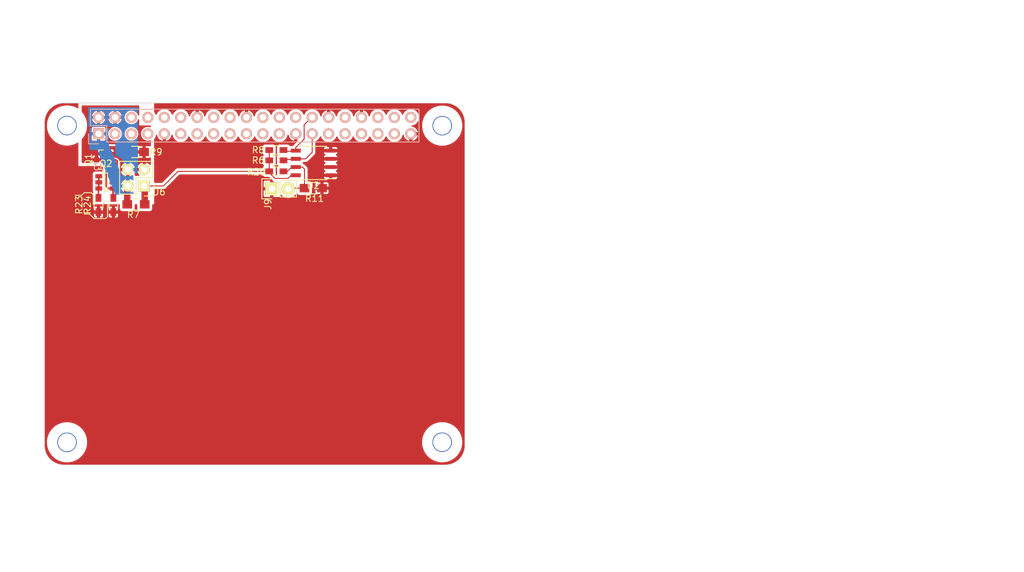
<source format=kicad_pcb>
(kicad_pcb (version 20221018) (generator pcbnew)
  (layers (0 "F.Cu" signal) (1 "In1.Cu" signal) (2 "In2.Cu" signal) (31 "B.Cu" signal) (34 "B.Paste" user) (35 "F.Paste" user) (36 "B.SilkS" user "B.Silkscreen") (37 "F.SilkS" user "F.Silkscreen") (38 "B.Mask" user) (39 "F.Mask" user) (44 "Edge.Cuts" user))
  (net 0 "")
  (net 1 "GND")
  (net 2 "/ID_SD_EEPROM")
  (net 3 "/ID_SC_EEPROM")
  (net 4 "Net-(Q1-Pad1)")
  (net 5 "Net-(Q2-Pad1)")
  (net 6 "/P3V3_HAT")
  (net 7 "/P5V_HAT")
  (net 8 "/P3V3")
  (net 9 "/P5V")
  (net 10 "Net-(J9-Pad2)")
  (footprint "Pin_Headers:Pin_Header_Straight_2x02" (layer "F.Cu") (at 93.98 73.66 180)
    (fp_text reference "J6" (at -2.42 -0.94 180) (layer "F.SilkS"))
    (fp_text value "CONN_02X02")
    (fp_line (start -1.55 0) (end -1.55 -1.55) (stroke (width 0.15)) (layer "F.SilkS"))
    (fp_line (start -1.27 1.27) (end 1.27 1.27) (stroke (width 0.15)) (layer "F.SilkS"))
    (fp_line (start -1.27 3.81) (end -1.27 1.27) (stroke (width 0.15)) (layer "F.SilkS"))
    (fp_line (start 0 -1.55) (end -1.55 -1.55) (stroke (width 0.15)) (layer "F.SilkS"))
    (fp_line (start 1.27 -1.27) (end 3.81 -1.27) (stroke (width 0.15)) (layer "F.SilkS"))
    (fp_line (start 1.27 1.27) (end 1.27 -1.27) (stroke (width 0.15)) (layer "F.SilkS"))
    (fp_line (start 3.81 -1.27) (end 3.81 3.81) (stroke (width 0.15)) (layer "F.SilkS"))
    (fp_line (start 3.81 3.81) (end -1.27 3.81) (stroke (width 0.15)) (layer "F.SilkS"))
    (pad "1" thru_hole rect (at 0 0 180) (size 1.7272 1.7272) (drill 1.016) (layers "*.Cu" "*.Mask" "F.SilkS") (net 8 "/P3V3"))
    (pad "2" thru_hole oval (at 2.54 0 180) (size 1.7272 1.7272) (drill 1.016) (layers "*.Cu" "*.Mask" "F.SilkS") (net 6 "/P3V3_HAT"))
    (pad "3" thru_hole oval (at 0 2.54 180) (size 1.7272 1.7272) (drill 1.016) (layers "*.Cu" "*.Mask" "F.SilkS") (net 9 "/P5V"))
    (pad "4" thru_hole oval (at 2.54 2.54 180) (size 1.7272 1.7272) (drill 1.016) (layers "*.Cu" "*.Mask" "F.SilkS") (net 7 "/P5V_HAT"))
  )
  (footprint "Pin_Headers:Pin_Header_Straight_1x02" (layer "F.Cu") (at 113.7 74.1 90)
    (fp_text reference "J9" (at -2.4 -0.6 90) (layer "F.SilkS"))
    (fp_text value "CONN_01X02")
    (fp_line (start -1.55 -1.55) (end 1.55 -1.55) (stroke (width 0.15)) (layer "F.SilkS"))
    (fp_line (start -1.55 0) (end -1.55 -1.55) (stroke (width 0.15)) (layer "F.SilkS"))
    (fp_line (start -1.27 1.27) (end -1.27 3.81) (stroke (width 0.15)) (layer "F.SilkS"))
    (fp_line (start -1.27 3.81) (end 1.27 3.81) (stroke (width 0.15)) (layer "F.SilkS"))
    (fp_line (start 1.27 1.27) (end -1.27 1.27) (stroke (width 0.15)) (layer "F.SilkS"))
    (fp_line (start 1.27 1.27) (end 1.27 3.81) (stroke (width 0.15)) (layer "F.SilkS"))
    (fp_line (start 1.55 -1.55) (end 1.55 0) (stroke (width 0.15)) (layer "F.SilkS"))
    (pad "1" thru_hole rect (at 0 0 90) (size 2.032 2.032) (drill 1.016) (layers "*.Cu" "*.Mask" "F.SilkS") (net 1 "GND"))
    (pad "2" thru_hole oval (at 0 2.54 90) (size 2.032 2.032) (drill 1.016) (layers "*.Cu" "*.Mask" "F.SilkS") (net 10 "Net-(J9-Pad2)"))
  )
  (footprint "Resistors_SMD:R_0603_HandSoldering" (layer "F.Cu") (at 114.4 69.7)
    (fp_text reference "R6" (at -2.8 0) (layer "F.SilkS"))
    (fp_text value "3.9K")
    (fp_line (start -0.5 -0.675) (end 0.5 -0.675) (stroke (width 0.15)) (layer "F.SilkS"))
    (fp_line (start 0.5 0.675) (end -0.5 0.675) (stroke (width 0.15)) (layer "F.SilkS"))
    (pad "1" smd rect (at -1.1 0) (size 1.2 0.9) (layers "F.Cu" "F.Paste" "F.Mask") (net 8 "/P3V3"))
    (pad "2" smd rect (at 1.1 0) (size 1.2 0.9) (layers "F.Cu" "F.Paste" "F.Mask") (net 2 "/ID_SD_EEPROM"))
  )
  (footprint "Resistors_SMD:R_0805_HandSoldering" (layer "F.Cu") (at 92.7 76.5)
    (fp_text reference "R7" (at -0.4 1.6) (layer "F.SilkS"))
    (fp_text value "DNP")
    (fp_line (start -0.6 -0.875) (end 0.6 -0.875) (stroke (width 0.15)) (layer "F.SilkS"))
    (fp_line (start 0.6 0.875) (end -0.6 0.875) (stroke (width 0.15)) (layer "F.SilkS"))
    (pad "1" smd rect (at -1.35 0) (size 1.5 1.3) (layers "F.Cu" "F.Paste" "F.Mask") (net 6 "/P3V3_HAT"))
    (pad "2" smd rect (at 1.35 0) (size 1.5 1.3) (layers "F.Cu" "F.Paste" "F.Mask") (net 8 "/P3V3"))
  )
  (footprint "Resistors_SMD:R_0603_HandSoldering" (layer "F.Cu") (at 114.4 68.1)
    (fp_text reference "R8" (at -2.8 0) (layer "F.SilkS"))
    (fp_text value "3.9K")
    (fp_line (start -0.5 -0.675) (end 0.5 -0.675) (stroke (width 0.15)) (layer "F.SilkS"))
    (fp_line (start 0.5 0.675) (end -0.5 0.675) (stroke (width 0.15)) (layer "F.SilkS"))
    (pad "1" smd rect (at -1.1 0) (size 1.2 0.9) (layers "F.Cu" "F.Paste" "F.Mask") (net 8 "/P3V3"))
    (pad "2" smd rect (at 1.1 0) (size 1.2 0.9) (layers "F.Cu" "F.Paste" "F.Mask") (net 3 "/ID_SC_EEPROM"))
  )
  (footprint "Resistors_SMD:R_0805_HandSoldering" (layer "F.Cu") (at 92.6 68.4)
    (fp_text reference "R9" (at 3.2 0) (layer "F.SilkS"))
    (fp_text value "DNP")
    (fp_line (start -0.6 -0.875) (end 0.6 -0.875) (stroke (width 0.15)) (layer "F.SilkS"))
    (fp_line (start 0.6 0.875) (end -0.6 0.875) (stroke (width 0.15)) (layer "F.SilkS"))
    (pad "1" smd rect (at -1.35 0) (size 1.5 1.3) (layers "F.Cu" "F.Paste" "F.Mask") (net 7 "/P5V_HAT"))
    (pad "2" smd rect (at 1.35 0) (size 1.5 1.3) (layers "F.Cu" "F.Paste" "F.Mask") (net 9 "/P5V"))
  )
  (footprint "Resistors_SMD:R_0805_HandSoldering" (layer "F.Cu") (at 120.1 74)
    (fp_text reference "R11" (at 0.2 1.6) (layer "F.SilkS"))
    (fp_text value "DNP")
    (fp_line (start -0.6 -0.875) (end 0.6 -0.875) (stroke (width 0.15)) (layer "F.SilkS"))
    (fp_line (start 0.6 0.875) (end -0.6 0.875) (stroke (width 0.15)) (layer "F.SilkS"))
    (pad "1" smd rect (at -1.35 0) (size 1.5 1.3) (layers "F.Cu" "F.Paste" "F.Mask") (net 10 "Net-(J9-Pad2)"))
    (pad "2" smd rect (at 1.35 0) (size 1.5 1.3) (layers "F.Cu" "F.Paste" "F.Mask") (net 1 "GND"))
  )
  (footprint "Resistors_SMD:R_0603_HandSoldering" (layer "F.Cu") (at 86.9 76.6 -90)
    (fp_text reference "R23" (at 0 3 270) (layer "F.SilkS"))
    (fp_text value "22")
    (fp_line (start -0.5 -0.675) (end 0.5 -0.675) (stroke (width 0.15)) (layer "F.SilkS"))
    (fp_line (start 0.5 0.675) (end -0.5 0.675) (stroke (width 0.15)) (layer "F.SilkS"))
    (pad "1" smd rect (at -1.1 0 270) (size 1.2 0.9) (layers "F.Cu" "F.Paste" "F.Mask") (net 5 "Net-(Q2-Pad1)"))
    (pad "2" smd rect (at 1.1 0 270) (size 1.2 0.9) (layers "F.Cu" "F.Paste" "F.Mask") (net 1 "GND"))
  )
  (footprint "Resistors_SMD:R_0603_HandSoldering" (layer "F.Cu") (at 89.2 76.6 -90)
    (fp_text reference "R24" (at 0 4 270) (layer "F.SilkS"))
    (fp_text value "22")
    (fp_line (start -0.5 -0.675) (end 0.5 -0.675) (stroke (width 0.15)) (layer "F.SilkS"))
    (fp_line (start 0.5 0.675) (end -0.5 0.675) (stroke (width 0.15)) (layer "F.SilkS"))
    (pad "1" smd rect (at -1.1 0 270) (size 1.2 0.9) (layers "F.Cu" "F.Paste" "F.Mask") (net 4 "Net-(Q1-Pad1)"))
    (pad "2" smd rect (at 1.1 0 270) (size 1.2 0.9) (layers "F.Cu" "F.Paste" "F.Mask") (net 1 "GND"))
  )
  (footprint "Resistors_SMD:R_0603_HandSoldering" (layer "F.Cu") (at 114.4 71.4)
    (fp_text reference "R29" (at -3.1 0.1) (layer "F.SilkS"))
    (fp_text value "10K")
    (fp_line (start -0.5 -0.675) (end 0.5 -0.675) (stroke (width 0.15)) (layer "F.SilkS"))
    (fp_line (start 0.5 0.675) (end -0.5 0.675) (stroke (width 0.15)) (layer "F.SilkS"))
    (pad "1" smd rect (at -1.1 0) (size 1.2 0.9) (layers "F.Cu" "F.Paste" "F.Mask") (net 8 "/P3V3"))
    (pad "2" smd rect (at 1.1 0) (size 1.2 0.9) (layers "F.Cu" "F.Paste" "F.Mask") (net 10 "Net-(J9-Pad2)"))
  )
  (footprint "TO_SOT_Packages_SMD:SOT-23" (layer "F.Cu") (at 87.6 69.6 90)
    (fp_text reference "Q1" (at 0 -2.25 90) (layer "F.SilkS"))
    (fp_text value "DMG2305UX")
    (fp_line (start -1.49982 -0.65024) (end -1.2509 -0.65024) (stroke (width 0.15)) (layer "F.SilkS"))
    (fp_line (start -1.49982 0.0508) (end -1.49982 -0.65024) (stroke (width 0.15)) (layer "F.SilkS"))
    (fp_line (start 1.29916 -0.65024) (end 1.2509 -0.65024) (stroke (width 0.15)) (layer "F.SilkS"))
    (fp_line (start 1.29916 -0.65024) (end 1.49982 -0.65024) (stroke (width 0.15)) (layer "F.SilkS"))
    (fp_line (start 1.49982 -0.65024) (end 1.49982 0.0508) (stroke (width 0.15)) (layer "F.SilkS"))
    (pad "1" smd rect (at -0.95 1.00076 90) (size 0.8001 0.8001) (layers "F.Cu" "F.Paste" "F.Mask") (net 4 "Net-(Q1-Pad1)"))
    (pad "2" smd rect (at 0.95 1.00076 90) (size 0.8001 0.8001) (layers "F.Cu" "F.Paste" "F.Mask") (net 7 "/P5V_HAT"))
    (pad "3" smd rect (at 0 -0.99822 90) (size 0.8001 0.8001) (layers "F.Cu" "F.Paste" "F.Mask") (net 9 "/P5V"))
  )
  (footprint "TO_SOT_Packages_SMD:SOT-23-6" (layer "F.Cu") (at 88.05 73.1)
    (fp_text reference "Q2" (at 0 -2.9) (layer "F.SilkS"))
    (fp_text value "DMMT5401")
    (fp_line (start -0.25 -1.45) (end -0.25 1.45) (stroke (width 0.15)) (layer "F.SilkS"))
    (fp_line (start -0.25 1.45) (end 0.25 1.45) (stroke (width 0.15)) (layer "F.SilkS"))
    (fp_line (start 0.25 -1.45) (end -0.25 -1.45) (stroke (width 0.15)) (layer "F.SilkS"))
    (fp_line (start 0.25 1.45) (end 0.25 -1.45) (stroke (width 0.15)) (layer "F.SilkS"))
    (fp_circle (center -0.4 -1.7) (end -0.3 -1.7) (stroke (width 0.15)) (fill none) (layer "F.SilkS"))
    (pad "1" smd rect (at -1.1 -0.95) (size 1.06 0.65) (layers "F.Cu" "F.Paste" "F.Mask") (net 5 "Net-(Q2-Pad1)"))
    (pad "2" smd rect (at -1.1 0) (size 1.06 0.65) (layers "F.Cu" "F.Paste" "F.Mask") (net 5 "Net-(Q2-Pad1)"))
    (pad "3" smd rect (at -1.1 0.95) (size 1.06 0.65) (layers "F.Cu" "F.Paste" "F.Mask") (net 5 "Net-(Q2-Pad1)"))
    (pad "4" smd rect (at 1.1 0.95) (size 1.06 0.65) (layers "F.Cu" "F.Paste" "F.Mask") (net 4 "Net-(Q1-Pad1)"))
    (pad "5" smd rect (at 1.1 0) (size 1.06 0.65) (layers "F.Cu" "F.Paste" "F.Mask") (net 7 "/P5V_HAT"))
    (pad "6" smd rect (at 1.1 -0.95) (size 1.06 0.65) (layers "F.Cu" "F.Paste" "F.Mask") (net 9 "/P5V"))
  )
  (footprint "Housings_SOIC:SOIC-8_3.9x4.9mm_Pitch1.27mm" (layer "F.Cu") (at 120.1 70.1 180)
    (fp_text reference "U2" (at 0 -3.5 180) (layer "F.SilkS"))
    (fp_text value "CAT24C32")
    (fp_line (start -2.075 -2.575) (end -2.075 -2.43) (stroke (width 0.15)) (layer "F.SilkS"))
    (fp_line (start -2.075 -2.575) (end 2.075 -2.575) (stroke (width 0.15)) (layer "F.SilkS"))
    (fp_line (start -2.075 -2.43) (end -3.475 -2.43) (stroke (width 0.15)) (layer "F.SilkS"))
    (fp_line (start -2.075 2.575) (end -2.075 2.43) (stroke (width 0.15)) (layer "F.SilkS"))
    (fp_line (start -2.075 2.575) (end 2.075 2.575) (stroke (width 0.15)) (layer "F.SilkS"))
    (fp_line (start 2.075 -2.575) (end 2.075 -2.43) (stroke (width 0.15)) (layer "F.SilkS"))
    (fp_line (start 2.075 2.575) (end 2.075 2.43) (stroke (width 0.15)) (layer "F.SilkS"))
    (pad "1" smd rect (at -2.7 -1.905 180) (size 1.55 0.6) (layers "F.Cu" "F.Paste" "F.Mask") (net 1 "GND"))
    (pad "2" smd rect (at -2.7 -0.635 180) (size 1.55 0.6) (layers "F.Cu" "F.Paste" "F.Mask") (net 1 "GND"))
    (pad "3" smd rect (at -2.7 0.635 180) (size 1.55 0.6) (layers "F.Cu" "F.Paste" "F.Mask") (net 1 "GND"))
    (pad "4" smd rect (at -2.7 1.905 180) (size 1.55 0.6) (layers "F.Cu" "F.Paste" "F.Mask") (net 1 "GND"))
    (pad "5" smd rect (at 2.7 1.905 180) (size 1.55 0.6) (layers "F.Cu" "F.Paste" "F.Mask") (net 3 "/ID_SC_EEPROM"))
    (pad "6" smd rect (at 2.7 0.635 180) (size 1.55 0.6) (layers "F.Cu" "F.Paste" "F.Mask") (net 2 "/ID_SD_EEPROM"))
    (pad "7" smd rect (at 2.7 -0.635 180) (size 1.55 0.6) (layers "F.Cu" "F.Paste" "F.Mask") (net 10 "Net-(J9-Pad2)"))
    (pad "8" smd rect (at 2.7 -1.905 180) (size 1.55 0.6) (layers "F.Cu" "F.Paste" "F.Mask") (net 8 "/P3V3"))
  )
  (footprint "project_footprints:NPTH_3mm_ID" (layer "F.Cu") (at 82.04 64.31)
    (fp_text reference "H1" (at 0.06 0.09) (layer "F.SilkS"))
    (fp_text value "3mm_Mounting_Hole")
    (pad "" np_thru_hole circle locked (at 0 0) (size 3 3) (drill 2.75) (layers "*.Cu" "*.Mask") (clearance 1.6))
  )
  (footprint "project_footprints:NPTH_3mm_ID" (layer "F.Cu") (at 140.04 64.33)
    (fp_text reference "H2" (at 0.06 0.09) (layer "F.SilkS"))
    (fp_text value "3mm_Mounting_Hole")
    (pad "" np_thru_hole circle locked (at 0 0) (size 3 3) (drill 2.75) (layers "*.Cu" "*.Mask") (clearance 1.6))
  )
  (footprint "project_footprints:NPTH_3mm_ID" (layer "F.Cu") (at 82.04 113.32)
    (fp_text reference "H3" (at 0.06 0.09) (layer "F.SilkS"))
    (fp_text value "3mm_Mounting_Hole")
    (pad "" np_thru_hole circle locked (at 0 0) (size 3 3) (drill 2.75) (layers "*.Cu" "*.Mask") (clearance 1.6))
  )
  (footprint "project_footprints:NPTH_3mm_ID" (layer "F.Cu") (at 140.03 113.31)
    (fp_text reference "H4" (at 0.06 0.09) (layer "F.SilkS"))
    (fp_text value "3mm_Mounting_Hole")
    (pad "" np_thru_hole circle locked (at 0 0) (size 3 3) (drill 2.75) (layers "*.Cu" "*.Mask") (clearance 1.6))
  )
  (footprint "Socket_Strips:Socket_Strip_Straight_2x20" (layer "B.Cu") (at 86.92 65.59)
    (fp_text reference "J3" (at 0 5.1) (layer "B.SilkS") (effects (justify mirror)))
    (fp_text value "40HAT")
    (fp_line (start -1.55 1.55) (end -1.55 0) (stroke (width 0.15)) (layer "B.SilkS"))
    (fp_line (start -1.27 -3.81) (end -1.27 -1.27) (stroke (width 0.15)) (layer "B.SilkS"))
    (fp_line (start -1.27 -1.27) (end 1.27 -1.27) (stroke (width 0.15)) (layer "B.SilkS"))
    (fp_line (start 0 1.55) (end -1.55 1.55) (stroke (width 0.15)) (layer "B.SilkS"))
    (fp_line (start 1.27 -1.27) (end 1.27 1.27) (stroke (width 0.15)) (layer "B.SilkS"))
    (fp_line (start 1.27 1.27) (end 49.53 1.27) (stroke (width 0.15)) (layer "B.SilkS"))
    (fp_line (start 49.53 -3.81) (end -1.27 -3.81) (stroke (width 0.15)) (layer "B.SilkS"))
    (fp_line (start 49.53 -3.81) (end 49.53 1.27) (stroke (width 0.15)) (layer "B.SilkS"))
    (pad "1" thru_hole rect locked (at 0 0) (size 1.7272 1.7272) (drill 1.016) (layers "*.Cu" "*.Mask" "B.SilkS") (net 6 "/P3V3_HAT"))
    (pad "2" thru_hole oval locked (at 0 -2.54) (size 1.7272 1.7272) (drill 1.016) (layers "*.Cu" "*.Mask" "B.SilkS") (net 7 "/P5V_HAT"))
    (pad "3" thru_hole oval locked (at 2.54 0) (size 1.7272 1.7272) (drill 1.016) (layers "*.Cu" "*.Mask" "B.SilkS"))
    (pad "4" thru_hole oval locked (at 2.54 -2.54) (size 1.7272 1.7272) (drill 1.016) (layers "*.Cu" "*.Mask" "B.SilkS") (net 7 "/P5V_HAT"))
    (pad "5" thru_hole oval locked (at 5.08 0) (size 1.7272 1.7272) (drill 1.016) (layers "*.Cu" "*.Mask" "B.SilkS"))
    (pad "6" thru_hole oval locked (at 5.08 -2.54) (size 1.7272 1.7272) (drill 1.016) (layers "*.Cu" "*.Mask" "B.SilkS") (net 1 "GND"))
    (pad "7" thru_hole oval locked (at 7.62 0) (size 1.7272 1.7272) (drill 1.016) (layers "*.Cu" "*.Mask" "B.SilkS"))
    (pad "8" thru_hole oval locked (at 7.62 -2.54) (size 1.7272 1.7272) (drill 1.016) (layers "*.Cu" "*.Mask" "B.SilkS"))
    (pad "9" thru_hole oval locked (at 10.16 0) (size 1.7272 1.7272) (drill 1.016) (layers "*.Cu" "*.Mask" "B.SilkS") (net 1 "GND"))
    (pad "10" thru_hole oval locked (at 10.16 -2.54) (size 1.7272 1.7272) (drill 1.016) (layers "*.Cu" "*.Mask" "B.SilkS"))
    (pad "11" thru_hole oval locked (at 12.7 0) (size 1.7272 1.7272) (drill 1.016) (layers "*.Cu" "*.Mask" "B.SilkS"))
    (pad "12" thru_hole oval locked (at 12.7 -2.54) (size 1.7272 1.7272) (drill 1.016) (layers "*.Cu" "*.Mask" "B.SilkS"))
    (pad "13" thru_hole oval locked (at 15.24 0) (size 1.7272 1.7272) (drill 1.016) (layers "*.Cu" "*.Mask" "B.SilkS"))
    (pad "14" thru_hole oval locked (at 15.24 -2.54) (size 1.7272 1.7272) (drill 1.016) (layers "*.Cu" "*.Mask" "B.SilkS") (net 1 "GND"))
    (pad "15" thru_hole oval locked (at 17.78 0) (size 1.7272 1.7272) (drill 1.016) (layers "*.Cu" "*.Mask" "B.SilkS"))
    (pad "16" thru_hole oval locked (at 17.78 -2.54) (size 1.7272 1.7272) (drill 1.016) (layers "*.Cu" "*.Mask" "B.SilkS"))
    (pad "17" thru_hole oval locked (at 20.32 0) (size 1.7272 1.7272) (drill 1.016) (layers "*.Cu" "*.Mask" "B.SilkS"))
    (pad "18" thru_hole oval locked (at 20.32 -2.54) (size 1.7272 1.7272) (drill 1.016) (layers "*.Cu" "*.Mask" "B.SilkS"))
    (pad "19" thru_hole oval locked (at 22.86 0) (size 1.7272 1.7272) (drill 1.016) (layers "*.Cu" "*.Mask" "B.SilkS"))
    (pad "20" thru_hole oval locked (at 22.86 -2.54) (size 1.7272 1.7272) (drill 1.016) (layers "*.Cu" "*.Mask" "B.SilkS") (net 1 "GND"))
    (pad "21" thru_hole oval locked (at 25.4 0) (size 1.7272 1.7272) (drill 1.016) (layers "*.Cu" "*.Mask" "B.SilkS"))
    (pad "22" thru_hole oval locked (at 25.4 -2.54) (size 1.7272 1.7272) (drill 1.016) (layers "*.Cu" "*.Mask" "B.SilkS"))
    (pad "23" thru_hole oval locked (at 27.94 0) (size 1.7272 1.7272) (drill 1.016) (layers "*.Cu" "*.Mask" "B.SilkS"))
    (pad "24" thru_hole oval locked (at 27.94 -2.54) (size 1.7272 1.7272) (drill 1.016) (layers "*.Cu" "*.Mask" "B.SilkS"))
    (pad "25" thru_hole oval locked (at 30.48 0) (size 1.7272 1.7272) (drill 1.016) (layers "*.Cu" "*.Mask" "B.SilkS") (net 1 "GND"))
    (pad "26" thru_hole oval locked (at 30.48 -2.54) (size 1.7272 1.7272) (drill 1.016) (layers "*.Cu" "*.Mask" "B.SilkS"))
    (pad "27" thru_hole oval locked (at 33.02 0) (size 1.7272 1.7272) (drill 1.016) (layers "*.Cu" "*.Mask" "B.SilkS") (net 2 "/ID_SD_EEPROM"))
    (pad "28" thru_hole oval locked (at 33.02 -2.54) (size 1.7272 1.7272) (drill 1.016) (layers "*.Cu" "*.Mask" "B.SilkS") (net 3 "/ID_SC_EEPROM"))
    (pad "29" thru_hole oval locked (at 35.56 0) (size 1.7272 1.7272) (drill 1.016) (layers "*.Cu" "*.Mask" "B.SilkS"))
    (pad "30" thru_hole oval locked (at 35.56 -2.54) (size 1.7272 1.7272) (drill 1.016) (layers "*.Cu" "*.Mask" "B.SilkS") (net 1 "GND"))
    (pad "31" thru_hole oval locked (at 38.1 0) (size 1.7272 1.7272) (drill 1.016) (layers "*.Cu" "*.Mask" "B.SilkS"))
    (pad "32" thru_hole oval locked (at 38.1 -2.54) (size 1.7272 1.7272) (drill 1.016) (layers "*.Cu" "*.Mask" "B.SilkS"))
    (pad "33" thru_hole oval locked (at 40.64 0) (size 1.7272 1.7272) (drill 1.016) (layers "*.Cu" "*.Mask" "B.SilkS"))
    (pad "34" thru_hole oval locked (at 40.64 -2.54) (size 1.7272 1.7272) (drill 1.016) (layers "*.Cu" "*.Mask" "B.SilkS") (net 1 "GND"))
    (pad "35" thru_hole oval locked (at 43.18 0) (size 1.7272 1.7272) (drill 1.016) (layers "*.Cu" "*.Mask" "B.SilkS"))
    (pad "36" thru_hole oval locked (at 43.18 -2.54) (size 1.7272 1.7272) (drill 1.016) (layers "*.Cu" "*.Mask" "B.SilkS"))
    (pad "37" thru_hole oval locked (at 45.72 0) (size 1.7272 1.7272) (drill 1.016) (layers "*.Cu" "*.Mask" "B.SilkS"))
    (pad "38" thru_hole oval locked (at 45.72 -2.54) (size 1.7272 1.7272) (drill 1.016) (layers "*.Cu" "*.Mask" "B.SilkS"))
    (pad "39" thru_hole oval locked (at 48.26 0) (size 1.7272 1.7272) (drill 1.016) (layers "*.Cu" "*.Mask" "B.SilkS") (net 1 "GND"))
    (pad "40" thru_hole oval locked (at 48.26 -2.54) (size 1.7272 1.7272) (drill 1.016) (layers "*.Cu" "*.Mask" "B.SilkS"))
  )
  (gr_line (start 85.5 78) (end 86.2 78.7) (stroke (width 0.15)) (layer "F.SilkS"))
  (gr_line (start 88.3 76.7) (end 88.4 76.6) (stroke (width 0.15)) (layer "F.SilkS"))
  (gr_line (start 88.3 78.4) (end 88.3 76.7) (stroke (width 0.15)) (layer "F.SilkS"))
  (gr_line (start 88.4 76.6) (end 88.5 76.6) (stroke (width 0.15)) (layer "F.SilkS"))
  (gr_line (start 86.1 76.5) (end 86.3 76.5) (stroke (width 0.15)) (layer "F.SilkS"))
  (gr_line (start 84.7 78) (end 85.5 78) (stroke (width 0.15)) (layer "F.SilkS"))
  (gr_line (start 83.3 75.1) (end 84.3 75.1) (stroke (width 0.15)) (layer "F.SilkS"))
  (gr_line (start 86.2 78.7) (end 88 78.7) (stroke (width 0.15)) (layer "F.SilkS"))
  (gr_line (start 84.7 74.7) (end 85.8 74.7) (stroke (width 0.15)) (layer "F.SilkS"))
  (gr_line (start 85.8 74.7) (end 86.1 75) (stroke (width 0.15)) (layer "F.SilkS"))
  (gr_line (start 88 78.7) (end 88.3 78.4) (stroke (width 0.15)) (layer "F.SilkS"))
  (gr_line (start 86.1 75) (end 86.1 76.5) (stroke (width 0.15)) (layer "F.SilkS"))
  (gr_line (start 84.3 75.1) (end 84.7 74.7) (stroke (width 0.15)) (layer "F.SilkS"))
  (gr_line (start 81.546356 116.817611) (end 140.546356 116.817611) (stroke (width 0.1)) (layer "Edge.Cuts"))
  (gr_arc (start 81.546356 116.817611) (mid 79.425036 115.938931) (end 78.546356 113.817611) (stroke (width 0.1)) (layer "Edge.Cuts"))
  (gr_line (start 140.546356 60.817611) (end 81.546356 60.817611) (stroke (width 0.1)) (layer "Edge.Cuts"))
  (gr_line (start 78.546356 63.817611) (end 78.546356 113.817611) (stroke (width 0.1)) (layer "Edge.Cuts"))
  (gr_arc (start 78.546356 63.817611) (mid 79.425036 61.696291) (end 81.546356 60.817611) (stroke (width 0.1)) (layer "Edge.Cuts"))
  (gr_arc (start 143.546351 113.822847) (mid 142.665824 115.940781) (end 140.546356 116.817611) (stroke (width 0.1)) (layer "Edge.Cuts"))
  (gr_arc (start 140.546356 60.817611) (mid 142.667676 61.696291) (end 143.546356 63.817611) (stroke (width 0.1)) (layer "Edge.Cuts"))
  (gr_line (start 143.546356 113.817611) (end 143.546356 63.817611) (stroke (width 0.1)) (layer "Edge.Cuts"))
  (segment (start 115.635 69.565) (end 115.5 69.7) (width 0.15) (layer "F.Cu") (net 2))
  (segment (start 119.94 68.46) (end 118.935 69.465) (width 0.15) (layer "F.Cu") (net 2))
  (segment (start 118.935 69.465) (end 117.4 69.465) (width 0.15) (layer "F.Cu") (net 2))
  (segment (start 117.34 69.565) (end 115.635 69.565) (width 0.15) (layer "F.Cu") (net 2))
  (segment (start 119.94 65.59) (end 119.94 68.46) (width 0.15) (layer "F.Cu") (net 2))
  (segment (start 117.34 69.565) (end 118.135 69.565) (width 0.25) (layer "F.Cu") (net 2))
  (segment (start 119.94 66.06) (end 119.94 65.59) (width 0.25) (layer "B.Cu") (net 2))
  (segment (start 115.695 68.295) (end 115.5 68.1) (width 0.15) (layer "F.Cu") (net 3))
  (segment (start 119.85 63.05) (end 118.7 64.2) (width 0.15) (layer "F.Cu") (net 3))
  (segment (start 118.7 64.2) (end 118.7 66.4) (width 0.15) (layer "F.Cu") (net 3))
  (segment (start 118.7 66.4) (end 117.4 67.7) (width 0.15) (layer "F.Cu") (net 3))
  (segment (start 117.4 67.7) (end 117.4 68.195) (width 0.15) (layer "F.Cu") (net 3))
  (segment (start 119.94 63.05) (end 119.85 63.05) (width 0.15) (layer "F.Cu") (net 3))
  (segment (start 117.34 68.295) (end 115.695 68.295) (width 0.15) (layer "F.Cu") (net 3))
  (segment (start 89.15 75.45) (end 89.2 75.5) (width 0.25) (layer "F.Cu") (net 4))
  (segment (start 88.60076 70.89924) (end 88.1 71.4) (width 0.25) (layer "F.Cu") (net 4))
  (segment (start 88.1 71.4) (end 88.1 73.7) (width 0.25) (layer "F.Cu") (net 4))
  (segment (start 88.1 73.7) (end 88.45 74.05) (width 0.25) (layer "F.Cu") (net 4))
  (segment (start 88.45 74.05) (end 89.15 74.05) (width 0.25) (layer "F.Cu") (net 4))
  (segment (start 89.15 74.05) (end 89.15 75.45) (width 0.25) (layer "F.Cu") (net 4))
  (segment (start 88.60076 70.55) (end 88.60076 70.89924) (width 0.25) (layer "F.Cu") (net 4))
  (segment (start 86.95 73.1) (end 86.95 74.05) (width 0.25) (layer "F.Cu") (net 5))
  (segment (start 86.95 74.05) (end 86.9 74.1) (width 0.25) (layer "F.Cu") (net 5))
  (segment (start 86.9 74.1) (end 86.9 75.5) (width 0.25) (layer "F.Cu") (net 5))
  (segment (start 86.95 72.15) (end 86.95 73.1) (width 0.25) (layer "F.Cu") (net 5))
  (segment (start 91.35 73.75) (end 91.44 73.66) (width 0.25) (layer "F.Cu") (net 6))
  (segment (start 91.35 76.5) (end 91.35 73.75) (width 1) (layer "F.Cu") (net 6))
  (segment (start 89.9 73.1) (end 90.6 72.4) (width 0.15) (layer "F.Cu") (net 7))
  (segment (start 90.6 72.4) (end 91.2 72.4) (width 0.15) (layer "F.Cu") (net 7))
  (segment (start 91.2 72.4) (end 91.44 72.16) (width 0.15) (layer "F.Cu") (net 7))
  (segment (start 91.44 72.16) (end 91.44 71.12) (width 0.15) (layer "F.Cu") (net 7))
  (segment (start 89.15 73.1) (end 89.9 73.1) (width 0.15) (layer "F.Cu") (net 7))
  (segment (start 88.7 68.65) (end 88.7 68.6) (width 0.6) (layer "F.Cu") (net 7))
  (segment (start 94.05 73.73) (end 93.98 73.66) (width 0.15) (layer "F.Cu") (net 8))
  (segment (start 113.3 69.7) (end 113.3 71.4) (width 0.15) (layer "F.Cu") (net 8))
  (segment (start 116.695 72.005) (end 116.2 72.5) (width 0.15) (layer "F.Cu") (net 8))
  (segment (start 116.2 72.5) (end 114.2 72.5) (width 0.15) (layer "F.Cu") (net 8))
  (segment (start 114.2 72.5) (end 113.3 71.6) (width 0.15) (layer "F.Cu") (net 8))
  (segment (start 113.3 71.6) (end 113.3 71.4) (width 0.15) (layer "F.Cu") (net 8))
  (segment (start 99.2 71.4) (end 96.94 73.66) (width 0.15) (layer "F.Cu") (net 8))
  (segment (start 96.94 73.66) (end 93.98 73.66) (width 0.15) (layer "F.Cu") (net 8))
  (segment (start 113.3 71.4) (end 99.2 71.4) (width 0.15) (layer "F.Cu") (net 8))
  (segment (start 113.3 68.1) (end 113.3 69.7) (width 0.15) (layer "F.Cu") (net 8))
  (segment (start 94.05 76.5) (end 94.05 73.73) (width 1) (layer "F.Cu") (net 8))
  (segment (start 117.4 72.005) (end 116.695 72.005) (width 0.15) (layer "F.Cu") (net 8))
  (segment (start 89.5 69.6) (end 89.6 69.7) (width 0.25) (layer "F.Cu") (net 9))
  (segment (start 89.6 69.7) (end 89.7 69.7) (width 0.25) (layer "F.Cu") (net 9))
  (segment (start 89.7 69.7) (end 89.8 69.8) (width 0.25) (layer "F.Cu") (net 9))
  (segment (start 89.8 69.8) (end 89.8 71.3) (width 0.25) (layer "F.Cu") (net 9))
  (segment (start 89.8 71.3) (end 89.15 71.95) (width 0.25) (layer "F.Cu") (net 9))
  (segment (start 89.15 71.95) (end 89.15 72.15) (width 0.25) (layer "F.Cu") (net 9))
  (segment (start 94.15 68.6) (end 93.95 68.4) (width 0.25) (layer "F.Cu") (net 9))
  (segment (start 93.98 68.43) (end 93.95 68.4) (width 0.25) (layer "F.Cu") (net 9))
  (segment (start 93.98 71.12) (end 93.98 68.43) (width 0.25) (layer "F.Cu") (net 9))
  (segment (start 86.5 69.6) (end 89.5 69.6) (width 0.25) (layer "F.Cu") (net 9))
  (segment (start 116.64 74) (end 116.24 74.4) (width 0.15) (layer "F.Cu") (net 10))
  (segment (start 116.765 70.735) (end 116.1 71.4) (width 0.15) (layer "F.Cu") (net 10))
  (segment (start 116.1 71.4) (end 115.5 71.4) (width 0.15) (layer "F.Cu") (net 10))
  (segment (start 118.75 71.05) (end 118.435 70.735) (width 0.15) (layer "F.Cu") (net 10))
  (segment (start 118.435 70.735) (end 117.4 70.735) (width 0.15) (layer "F.Cu") (net 10))
  (segment (start 117.4 70.735) (end 116.765 70.735) (width 0.15) (layer "F.Cu") (net 10))
  (segment (start 118.75 74) (end 118.75 71.05) (width 0.15) (layer "F.Cu") (net 10))
  (segment (start 118.75 74) (end 116.64 74) (width 0.15) (layer "F.Cu") (net 10))
  (segment (start 115.5 71.4) (end 115.8 71.4) (width 0.15) (layer "F.Cu") (net 10))
  (zone (net 1) (net_name "GND") (layer "F.Cu") (connect_pads (clearance 0.4)) (min_thickness 0.2) (fill yes (thermal_gap 0.25) (thermal_bridge_width 0.508))
    (polygon (pts (xy 144.1 133.38) (xy 77.6 133.38) (xy 77.6 59.08) (xy 144.1 59.08)))
    (polygon (pts (xy 83.8 60.38) (xy 83.8 70.58) (xy 87.6 70.58) (xy 87.6 76.48) (xy 95.5 76.48) (xy 95.5 70.58) (xy 95.5 67.28) (xy 95.5 60.38)))
  )
  (zone (net 7) (net_name "/P5V_HAT") (layer "F.Cu") (connect_pads (clearance 0.2)) (min_thickness 0.2) (fill yes (thermal_gap 0.25) (thermal_bridge_width 0.508))
    (polygon (pts (xy 91.8 72.7) (xy 90.5 73.4) (xy 89.6 73.4) (xy 89.5 73.5) (xy 88 67.5) (xy 91.8 67.5)))
  )
  (zone (net 9) (net_name "/P5V") (layer "F.Cu") (connect_pads (clearance 0.2)) (min_thickness 0.2) (fill yes (thermal_gap 0.25) (thermal_bridge_width 0.508))
    (polygon (pts (xy 93.2 64.3) (xy 95 64.3) (xy 95 72.1) (xy 92.5 72.1) (xy 92.5 67.2) (xy 87.6 67.2) (xy 87.6 70.1) (xy 84.3 70.1) (xy 84.3 61.2) (xy 93.2 61.2)))
  )
  (zone (net 6) (net_name "/P3V3_HAT") (layer "B.Cu") (connect_pads (clearance 0.2)) (min_thickness 0.2) (fill yes (thermal_gap 0.25) (thermal_bridge_width 0.508))
    (polygon (pts (xy 88.5 67.3) (xy 90.5 72) (xy 92.3 72) (xy 92.3 75) (xy 89.5 75) (xy 86.7 68.1) (xy 85.5 68.1) (xy 85.5 64.7) (xy 86.4 64.7) (xy 88.5 64.7)))
  )
  (zone (net 7) (net_name "/P5V_HAT") (layer "B.Cu") (connect_pads (clearance 0.2)) (min_thickness 0.2) (fill yes (thermal_gap 0.25) (thermal_bridge_width 0.508))
    (polygon (pts (xy 93 71.7) (xy 91.2 71.7) (xy 90.5 69.5) (xy 89.5 68.9) (xy 89.5 64.5) (xy 85.3 64.5) (xy 85.3 61.5) (xy 93 61.5)))
  )
)
</source>
